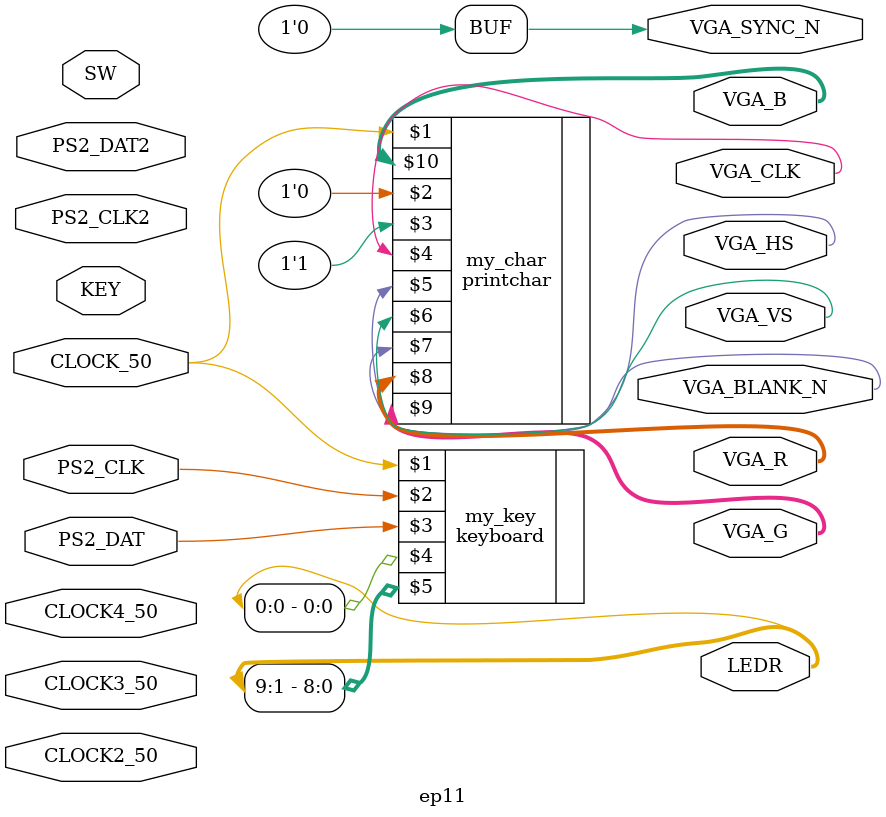
<source format=v>


module ep11(

	//////////// CLOCK //////////
	input 		          		CLOCK2_50,
	input 		          		CLOCK3_50,
	input 		          		CLOCK4_50,
	input 		          		CLOCK_50,

	//////////// KEY //////////
	input 		     [3:0]		KEY,

	//////////// SW //////////
	input 		     [9:0]		SW,

	//////////// LED //////////
	output		     [9:0]		LEDR,

	//////////// VGA //////////
	output		          		VGA_BLANK_N,
	output		     [7:0]		VGA_B,
	output		          		VGA_CLK,
	output		     [7:0]		VGA_G,
	output		          		VGA_HS,
	output		     [7:0]		VGA_R,
	output		          		VGA_SYNC_N,
	output		          		VGA_VS,

	//////////// PS2 //////////
	inout 		          		PS2_CLK,
	inout 		          		PS2_CLK2,
	inout 		          		PS2_DAT,
	inout 		          		PS2_DAT2
);



//=======================================================
//  REG/WIRE declarations
//=======================================================
assign VGA_SYNC_N = 0;

keyboard my_key(CLOCK_50, PS2_CLK, PS2_DAT, LEDR[0], LEDR[9:1]);

printchar my_char(CLOCK_50, 1'b0, 1'b1, VGA_CLK, VGA_HS, VGA_VS, VGA_BLANK_N, VGA_R, VGA_G, VGA_B);

//=======================================================
//  Structural coding
//=======================================================



endmodule

</source>
